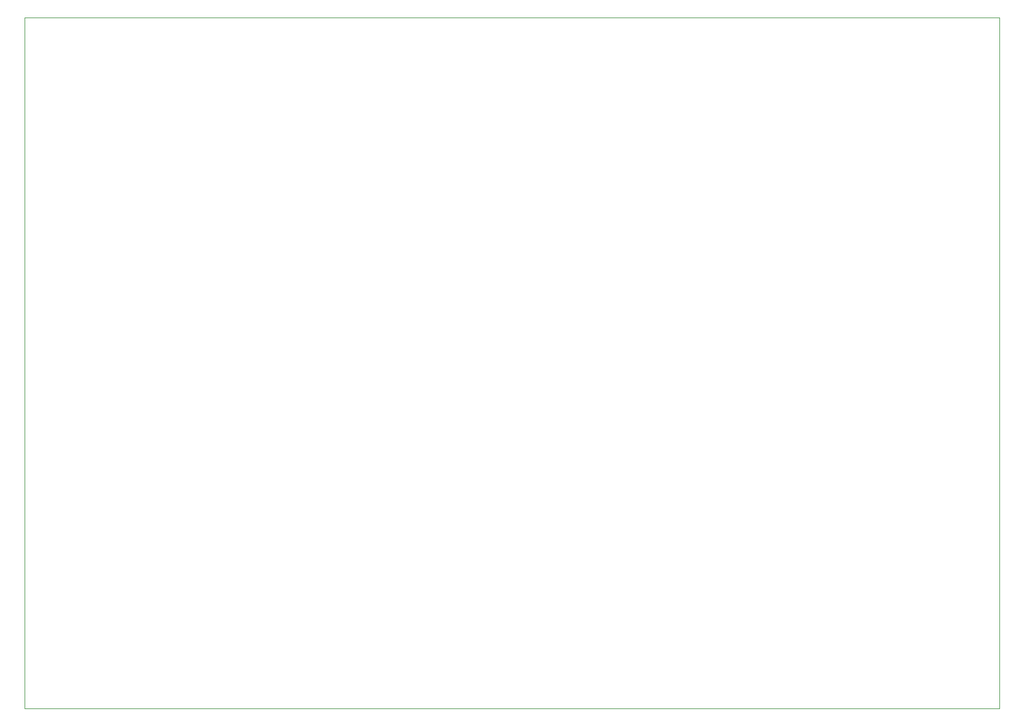
<source format=gbr>
G04 #@! TF.GenerationSoftware,KiCad,Pcbnew,(5.1.5)-3*
G04 #@! TF.CreationDate,2020-10-09T19:11:16-04:00*
G04 #@! TF.ProjectId,MVC,4d56432e-6b69-4636-9164-5f7063625858,rev?*
G04 #@! TF.SameCoordinates,Original*
G04 #@! TF.FileFunction,Profile,NP*
%FSLAX46Y46*%
G04 Gerber Fmt 4.6, Leading zero omitted, Abs format (unit mm)*
G04 Created by KiCad (PCBNEW (5.1.5)-3) date 2020-10-09 19:11:16*
%MOMM*%
%LPD*%
G04 APERTURE LIST*
%ADD10C,0.050000*%
G04 APERTURE END LIST*
D10*
X49000000Y-150000000D02*
X50000000Y-150000000D01*
X49000000Y-50000000D02*
X50000000Y-50000000D01*
X190000000Y-50000000D02*
X150000000Y-50000000D01*
X150000000Y-150000000D02*
X190000000Y-150000000D01*
X190000000Y-50000000D02*
X190000000Y-150000000D01*
X50000000Y-50000000D02*
X150000000Y-50000000D01*
X49000000Y-150000000D02*
X49000000Y-50000000D01*
X150000000Y-150000000D02*
X50000000Y-150000000D01*
M02*

</source>
